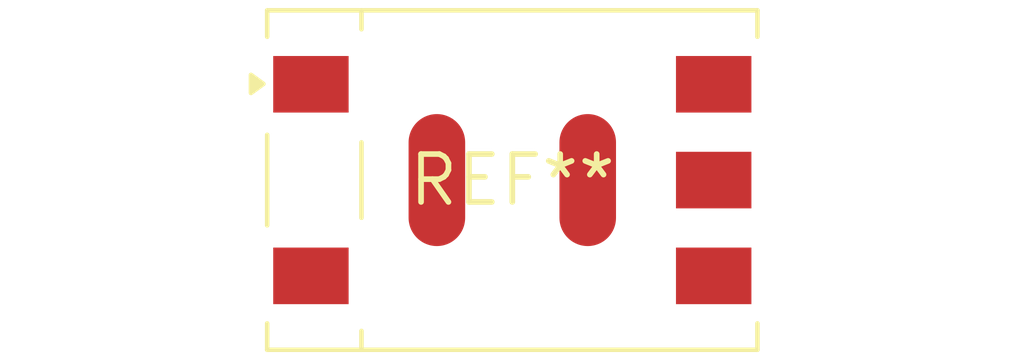
<source format=kicad_pcb>
(kicad_pcb (version 20240108) (generator pcbnew)
  (layers (0 "F.Cu" signal) (31 "B.Cu" signal) (34 "B.Paste" user) (35 "F.Paste" user) (36 "B.SilkS" user "B.Silkscreen") (37 "F.SilkS" user "F.Silkscreen") (38 "B.Mask" user) (39 "F.Mask" user) (44 "Edge.Cuts" user))
  (net 0 "")
  (footprint "Transformer_NF_ETAL_P3181" (layer "F.Cu") (at 0 0)
    (property "Reference" "REF**")
    (property "Value" "Transformer_NF_ETAL_P3181")
    (fp_line (start -6.5 -4.5) (end -6.5 -3.8) (layer "F.SilkS") (stroke (width 0.12)))
    (fp_line (start -6.5 -1.2) (end -6.5 1.2) (layer "F.SilkS") (stroke (width 0.12)))
    (fp_line (start -6.5 3.8) (end -6.5 4.5) (layer "F.SilkS") (stroke (width 0.12)))
    (fp_line (start -6.5 4.5) (end 6.5 4.5) (layer "F.SilkS") (stroke (width 0.12)))
    (fp_line (start -4 -4.5) (end -4 -4) (layer "F.SilkS") (stroke (width 0.12)))
    (fp_line (start -4 -1) (end -4 1) (layer "F.SilkS") (stroke (width 0.12)))
    (fp_line (start -4 4.5) (end -4 4) (layer "F.SilkS") (stroke (width 0.12)))
    (fp_line (start 6.5 -4.5) (end -6.5 -4.5) (layer "F.SilkS") (stroke (width 0.12)))
    (fp_line (start 6.5 -4.5) (end 6.5 -3.8) (layer "F.SilkS") (stroke (width 0.12)))
    (fp_line (start 6.5 3.8) (end 6.5 4.5) (layer "F.SilkS") (stroke (width 0.12)))
    (fp_poly (pts (xy -6.6 -2.55) (xy -6.93 -2.31) (xy -6.93 -2.79) (xy -6.6 -2.55)) (layer "F.SilkS") (stroke (width 0.12)) (fill solid))
    (pad "1" smd rect (at -5.34 -2.54) (size 2 1.5) (layers "F.Cu" "F.Paste" "F.Mask"))
    (pad "2" smd rect (at -5.34 2.54) (size 2 1.5) (layers "F.Cu" "F.Paste" "F.Mask"))
    (pad "3" smd rect (at 5.34 2.54) (size 2 1.5) (layers "F.Cu" "F.Paste" "F.Mask"))
    (pad "4" smd rect (at 5.34 0) (size 2 1.5) (layers "F.Cu" "F.Paste" "F.Mask"))
    (pad "5" smd rect (at 5.34 -2.54) (size 2 1.5) (layers "F.Cu" "F.Paste" "F.Mask"))
    (pad "7" smd oval (at -2 0 90) (size 3.5 1.5) (layers "F.Cu" "F.Paste" "F.Mask"))
    (pad "7" smd oval (at 2 0 90) (size 3.5 1.5) (layers "F.Cu" "F.Paste" "F.Mask"))
  )
)
</source>
